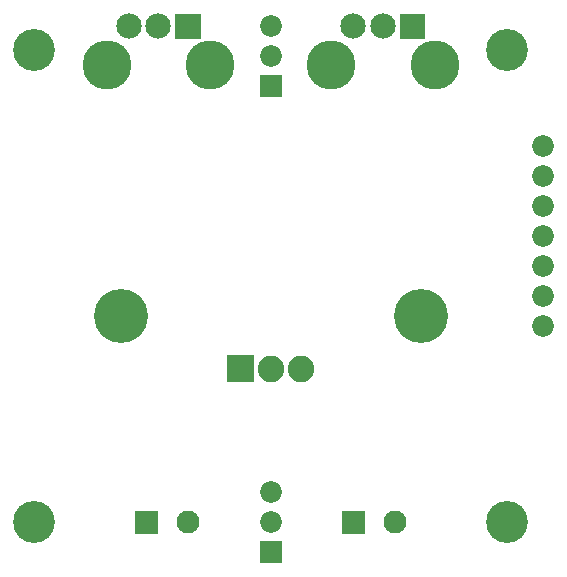
<source format=gts>
G04 start of page 7 for group -4063 idx -4063 *
G04 Title: Current - Sink or Swim, componentmask *
G04 Creator: pcb 1.99z *
G04 CreationDate: Tue 14 Apr 2015 12:04:08 AM GMT UTC *
G04 For: eelco *
G04 Format: Gerber/RS-274X *
G04 PCB-Dimensions (mil): 3937.01 3937.01 *
G04 PCB-Coordinate-Origin: lower left *
%MOIN*%
%FSLAX25Y25*%
%LNTOPMASK*%
%ADD67C,0.1634*%
%ADD66C,0.0846*%
%ADD65C,0.0768*%
%ADD64C,0.0886*%
%ADD63C,0.0001*%
%ADD62C,0.0728*%
%ADD61C,0.1800*%
%ADD60C,0.1398*%
G54D60*X275591Y118110D03*
X118110D03*
G54D61*X146850Y187008D03*
X246850D03*
G54D62*X287500Y193701D03*
Y183701D03*
G54D63*G36*
X193209Y111752D02*Y104469D01*
X200492D01*
Y111752D01*
X193209D01*
G37*
G36*
X182421Y173720D02*Y164862D01*
X191280D01*
Y173720D01*
X182421D01*
G37*
G54D64*X196850Y169291D03*
X206850D03*
G54D62*X196850Y118110D03*
Y128110D03*
G54D63*G36*
X151673Y121949D02*Y114272D01*
X159350D01*
Y121949D01*
X151673D01*
G37*
G54D65*X169291Y118110D03*
G54D63*G36*
X220571Y121949D02*Y114272D01*
X228248D01*
Y121949D01*
X220571D01*
G37*
G54D65*X238189Y118110D03*
G54D63*G36*
X165059Y287697D02*Y279232D01*
X173524D01*
Y287697D01*
X165059D01*
G37*
G54D66*X159449Y283465D03*
G54D62*X196850Y283622D03*
G54D66*X149606Y283465D03*
G54D67*X176772Y270472D03*
G54D63*G36*
X193209Y267264D02*Y259980D01*
X200492D01*
Y267264D01*
X193209D01*
G37*
G54D62*X196850Y273622D03*
G54D67*X142126Y270472D03*
G54D60*X118110Y275591D03*
G54D63*G36*
X239862Y287697D02*Y279232D01*
X248327D01*
Y287697D01*
X239862D01*
G37*
G54D66*X234252Y283465D03*
X224409D03*
G54D67*X216929Y270472D03*
X251575D03*
G54D60*X275591Y275591D03*
G54D62*X287500Y233701D03*
Y243701D03*
Y213701D03*
Y223701D03*
Y203701D03*
M02*

</source>
